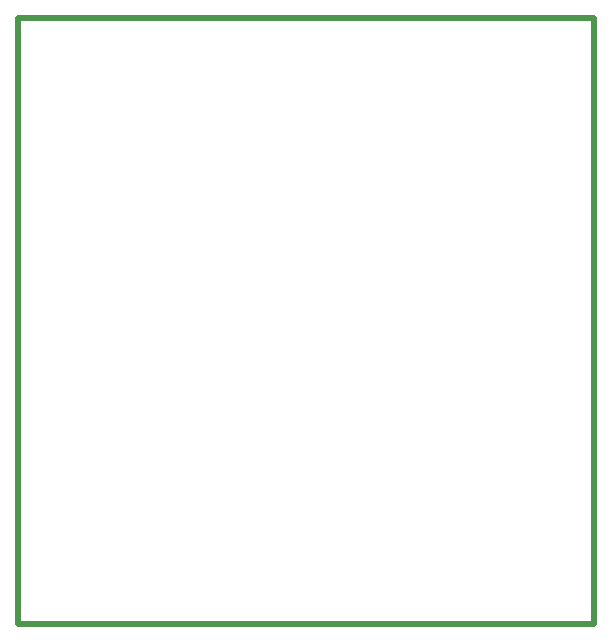
<source format=gko>
G04*
G04 #@! TF.GenerationSoftware,Altium Limited,Altium Designer,19.0.15 (446)*
G04*
G04 Layer_Color=16711935*
%FSLAX25Y25*%
%MOIN*%
G70*
G01*
G75*
%ADD55C,0.01968*%
D55*
X131000Y416000D02*
X131000Y214000D01*
X131000Y416000D02*
X323000Y416000D01*
X323000Y214000D01*
X131000Y214000D02*
X323000Y214000D01*
X131000Y416000D02*
X131000Y214000D01*
X131000Y416000D02*
X323000Y416000D01*
X323000Y214000D01*
X131000Y214000D02*
X323000Y214000D01*
M02*

</source>
